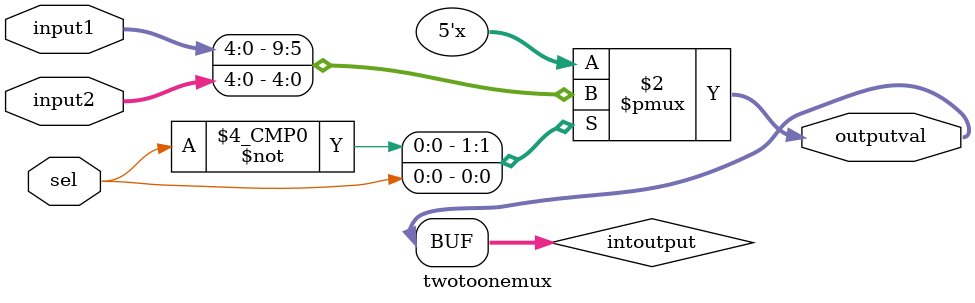
<source format=v>
module twotoonemux(input1, input2, sel, outputval);

input wire [4:0] input1;			// Set up of input and outputs
input wire [4:0] input2;
input wire sel;							// Mux selector
output wire [4:0] outputval;

reg [4:0] intoutput;

always @(*)
begin

case (sel)								// case testing to select output
0 : intoutput = input1;					// 1st mux

1 : intoutput = input2;					// 2nd mux

default : intoutput = 0;

endcase

end

assign outputval = intoutput;			// 1 output value mux

endmodule

</source>
